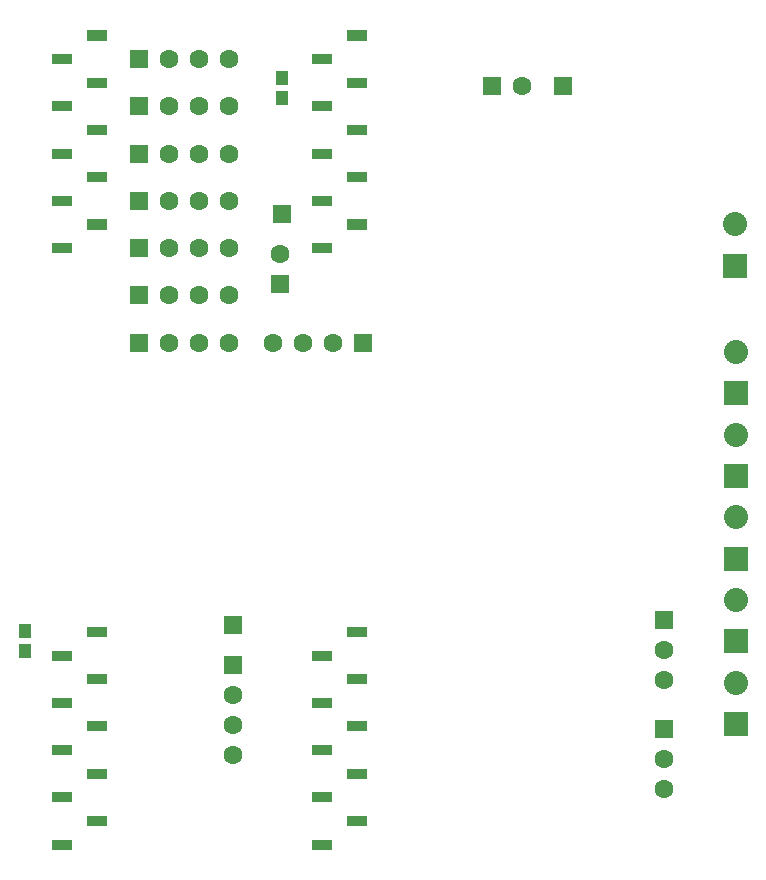
<source format=gbs>
G04 DipTrace 2.4.0.2*
%INBottomMask.GBS*%
%MOMM*%
%ADD30R,2.032X2.032*%
%ADD32C,2.032*%
%ADD77C,1.602*%
%ADD81R,1.602X1.602*%
%ADD93R,1.102X1.202*%
%FSLAX53Y53*%
G04*
G71*
G90*
G75*
G01*
%LNBotMask*%
%LPD*%
D93*
X28400Y65900D3*
Y64200D3*
X6600Y17399D3*
Y19099D3*
D30*
X66750Y50000D3*
D32*
Y53500D3*
D81*
X46200Y65200D3*
D77*
X48740D3*
D81*
X28250Y48450D3*
D77*
Y50990D3*
D81*
X24200Y16200D3*
D77*
Y13660D3*
Y11120D3*
Y8580D3*
D81*
X35250Y43500D3*
D77*
X32710D3*
X30170D3*
X27630D3*
D30*
X66800Y39200D3*
D32*
Y42700D3*
D30*
Y32200D3*
D32*
Y35700D3*
D30*
Y25200D3*
D32*
Y28700D3*
D30*
Y18200D3*
D32*
Y21700D3*
D30*
Y11200D3*
D32*
Y14700D3*
D81*
X60750Y20000D3*
D77*
Y17460D3*
Y14920D3*
D81*
X60689Y10749D3*
D77*
Y8209D3*
Y5669D3*
D81*
X16250Y67500D3*
D77*
X18790D3*
X21330D3*
X23870D3*
D81*
X16250Y63500D3*
D77*
X18790D3*
X21330D3*
X23870D3*
D81*
X16250Y59500D3*
D77*
X18790D3*
X21330D3*
X23870D3*
D81*
X16250Y55500D3*
D77*
X18790D3*
X21330D3*
X23870D3*
D81*
X16250Y51500D3*
D77*
X18790D3*
X21330D3*
X23870D3*
D81*
X16250Y47500D3*
D77*
X18790D3*
X21330D3*
X23870D3*
D81*
X16250Y43500D3*
D77*
X18790D3*
X21330D3*
X23870D3*
D81*
X28400Y54400D3*
X24200Y19600D3*
X52200Y65200D3*
G36*
X11900Y19425D2*
Y18575D1*
X13600D1*
Y19425D1*
X11900D1*
G37*
G36*
X8900Y17425D2*
Y16575D1*
X10600D1*
Y17425D1*
X8900D1*
G37*
G36*
X11900Y15425D2*
Y14575D1*
X13600D1*
Y15425D1*
X11900D1*
G37*
G36*
X8900Y13425D2*
Y12575D1*
X10600D1*
Y13425D1*
X8900D1*
G37*
G36*
X11900Y11425D2*
Y10575D1*
X13600D1*
Y11425D1*
X11900D1*
G37*
G36*
X8900Y9425D2*
Y8575D1*
X10600D1*
Y9425D1*
X8900D1*
G37*
G36*
X11900Y7425D2*
Y6575D1*
X13600D1*
Y7425D1*
X11900D1*
G37*
G36*
X8900Y5425D2*
Y4575D1*
X10600D1*
Y5425D1*
X8900D1*
G37*
G36*
X11900Y3425D2*
Y2575D1*
X13600D1*
Y3425D1*
X11900D1*
G37*
G36*
X8900Y1425D2*
Y575D1*
X10600D1*
Y1425D1*
X8900D1*
G37*
G36*
X33900Y19425D2*
Y18575D1*
X35600D1*
Y19425D1*
X33900D1*
G37*
G36*
X30900Y17425D2*
Y16575D1*
X32600D1*
Y17425D1*
X30900D1*
G37*
G36*
X33900Y15425D2*
Y14575D1*
X35600D1*
Y15425D1*
X33900D1*
G37*
G36*
X30900Y13425D2*
Y12575D1*
X32600D1*
Y13425D1*
X30900D1*
G37*
G36*
X33900Y11425D2*
Y10575D1*
X35600D1*
Y11425D1*
X33900D1*
G37*
G36*
X30900Y9425D2*
Y8575D1*
X32600D1*
Y9425D1*
X30900D1*
G37*
G36*
X33900Y7425D2*
Y6575D1*
X35600D1*
Y7425D1*
X33900D1*
G37*
G36*
X30900Y5425D2*
Y4575D1*
X32600D1*
Y5425D1*
X30900D1*
G37*
G36*
X33900Y3425D2*
Y2575D1*
X35600D1*
Y3425D1*
X33900D1*
G37*
G36*
X30900Y1425D2*
Y575D1*
X32600D1*
Y1425D1*
X30900D1*
G37*
G36*
X32600Y51075D2*
Y51925D1*
X30900D1*
Y51075D1*
X32600D1*
G37*
G36*
X35600Y53075D2*
Y53925D1*
X33900D1*
Y53075D1*
X35600D1*
G37*
G36*
X32600Y55075D2*
Y55925D1*
X30900D1*
Y55075D1*
X32600D1*
G37*
G36*
X35600Y57075D2*
Y57925D1*
X33900D1*
Y57075D1*
X35600D1*
G37*
G36*
X32600Y59075D2*
Y59925D1*
X30900D1*
Y59075D1*
X32600D1*
G37*
G36*
X35600Y61075D2*
Y61925D1*
X33900D1*
Y61075D1*
X35600D1*
G37*
G36*
X32600Y63075D2*
Y63925D1*
X30900D1*
Y63075D1*
X32600D1*
G37*
G36*
X35600Y65075D2*
Y65925D1*
X33900D1*
Y65075D1*
X35600D1*
G37*
G36*
X32600Y67075D2*
Y67925D1*
X30900D1*
Y67075D1*
X32600D1*
G37*
G36*
X35600Y69075D2*
Y69925D1*
X33900D1*
Y69075D1*
X35600D1*
G37*
G36*
X10600Y51075D2*
Y51925D1*
X8900D1*
Y51075D1*
X10600D1*
G37*
G36*
X13600Y53075D2*
Y53925D1*
X11900D1*
Y53075D1*
X13600D1*
G37*
G36*
X10600Y55075D2*
Y55925D1*
X8900D1*
Y55075D1*
X10600D1*
G37*
G36*
X13600Y57075D2*
Y57925D1*
X11900D1*
Y57075D1*
X13600D1*
G37*
G36*
X10600Y59075D2*
Y59925D1*
X8900D1*
Y59075D1*
X10600D1*
G37*
G36*
X13600Y61075D2*
Y61925D1*
X11900D1*
Y61075D1*
X13600D1*
G37*
G36*
X10600Y63075D2*
Y63925D1*
X8900D1*
Y63075D1*
X10600D1*
G37*
G36*
X13600Y65075D2*
Y65925D1*
X11900D1*
Y65075D1*
X13600D1*
G37*
G36*
X10600Y67075D2*
Y67925D1*
X8900D1*
Y67075D1*
X10600D1*
G37*
G36*
X13600Y69075D2*
Y69925D1*
X11900D1*
Y69075D1*
X13600D1*
G37*
M02*

</source>
